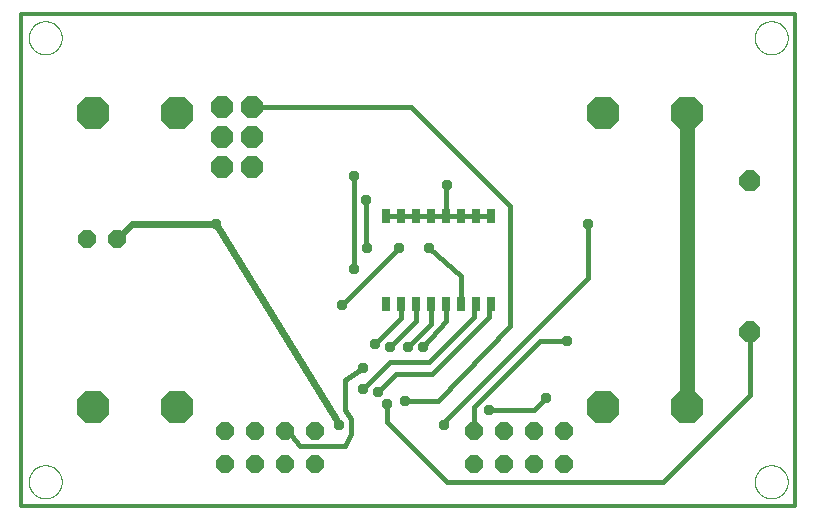
<source format=gbl>
G75*
%MOIN*%
%OFA0B0*%
%FSLAX25Y25*%
%IPPOS*%
%LPD*%
%AMOC8*
5,1,8,0,0,1.08239X$1,22.5*
%
%ADD10C,0.00000*%
%ADD11C,0.01200*%
%ADD12OC8,0.06000*%
%ADD13OC8,0.10950*%
%ADD14OC8,0.07400*%
%ADD15OC8,0.07000*%
%ADD16R,0.03000X0.05000*%
%ADD17C,0.01600*%
%ADD18OC8,0.03562*%
%ADD19C,0.05000*%
%ADD20C,0.02400*%
D10*
X0004288Y0009800D02*
X0004290Y0009948D01*
X0004296Y0010096D01*
X0004306Y0010244D01*
X0004320Y0010391D01*
X0004338Y0010538D01*
X0004359Y0010684D01*
X0004385Y0010830D01*
X0004415Y0010975D01*
X0004448Y0011119D01*
X0004486Y0011262D01*
X0004527Y0011404D01*
X0004572Y0011545D01*
X0004620Y0011685D01*
X0004673Y0011824D01*
X0004729Y0011961D01*
X0004789Y0012096D01*
X0004852Y0012230D01*
X0004919Y0012362D01*
X0004990Y0012492D01*
X0005064Y0012620D01*
X0005141Y0012746D01*
X0005222Y0012870D01*
X0005306Y0012992D01*
X0005393Y0013111D01*
X0005484Y0013228D01*
X0005578Y0013343D01*
X0005674Y0013455D01*
X0005774Y0013565D01*
X0005876Y0013671D01*
X0005982Y0013775D01*
X0006090Y0013876D01*
X0006201Y0013974D01*
X0006314Y0014070D01*
X0006430Y0014162D01*
X0006548Y0014251D01*
X0006669Y0014336D01*
X0006792Y0014419D01*
X0006917Y0014498D01*
X0007044Y0014574D01*
X0007173Y0014646D01*
X0007304Y0014715D01*
X0007437Y0014780D01*
X0007572Y0014841D01*
X0007708Y0014899D01*
X0007845Y0014954D01*
X0007984Y0015004D01*
X0008125Y0015051D01*
X0008266Y0015094D01*
X0008409Y0015134D01*
X0008553Y0015169D01*
X0008697Y0015201D01*
X0008843Y0015228D01*
X0008989Y0015252D01*
X0009136Y0015272D01*
X0009283Y0015288D01*
X0009430Y0015300D01*
X0009578Y0015308D01*
X0009726Y0015312D01*
X0009874Y0015312D01*
X0010022Y0015308D01*
X0010170Y0015300D01*
X0010317Y0015288D01*
X0010464Y0015272D01*
X0010611Y0015252D01*
X0010757Y0015228D01*
X0010903Y0015201D01*
X0011047Y0015169D01*
X0011191Y0015134D01*
X0011334Y0015094D01*
X0011475Y0015051D01*
X0011616Y0015004D01*
X0011755Y0014954D01*
X0011892Y0014899D01*
X0012028Y0014841D01*
X0012163Y0014780D01*
X0012296Y0014715D01*
X0012427Y0014646D01*
X0012556Y0014574D01*
X0012683Y0014498D01*
X0012808Y0014419D01*
X0012931Y0014336D01*
X0013052Y0014251D01*
X0013170Y0014162D01*
X0013286Y0014070D01*
X0013399Y0013974D01*
X0013510Y0013876D01*
X0013618Y0013775D01*
X0013724Y0013671D01*
X0013826Y0013565D01*
X0013926Y0013455D01*
X0014022Y0013343D01*
X0014116Y0013228D01*
X0014207Y0013111D01*
X0014294Y0012992D01*
X0014378Y0012870D01*
X0014459Y0012746D01*
X0014536Y0012620D01*
X0014610Y0012492D01*
X0014681Y0012362D01*
X0014748Y0012230D01*
X0014811Y0012096D01*
X0014871Y0011961D01*
X0014927Y0011824D01*
X0014980Y0011685D01*
X0015028Y0011545D01*
X0015073Y0011404D01*
X0015114Y0011262D01*
X0015152Y0011119D01*
X0015185Y0010975D01*
X0015215Y0010830D01*
X0015241Y0010684D01*
X0015262Y0010538D01*
X0015280Y0010391D01*
X0015294Y0010244D01*
X0015304Y0010096D01*
X0015310Y0009948D01*
X0015312Y0009800D01*
X0015310Y0009652D01*
X0015304Y0009504D01*
X0015294Y0009356D01*
X0015280Y0009209D01*
X0015262Y0009062D01*
X0015241Y0008916D01*
X0015215Y0008770D01*
X0015185Y0008625D01*
X0015152Y0008481D01*
X0015114Y0008338D01*
X0015073Y0008196D01*
X0015028Y0008055D01*
X0014980Y0007915D01*
X0014927Y0007776D01*
X0014871Y0007639D01*
X0014811Y0007504D01*
X0014748Y0007370D01*
X0014681Y0007238D01*
X0014610Y0007108D01*
X0014536Y0006980D01*
X0014459Y0006854D01*
X0014378Y0006730D01*
X0014294Y0006608D01*
X0014207Y0006489D01*
X0014116Y0006372D01*
X0014022Y0006257D01*
X0013926Y0006145D01*
X0013826Y0006035D01*
X0013724Y0005929D01*
X0013618Y0005825D01*
X0013510Y0005724D01*
X0013399Y0005626D01*
X0013286Y0005530D01*
X0013170Y0005438D01*
X0013052Y0005349D01*
X0012931Y0005264D01*
X0012808Y0005181D01*
X0012683Y0005102D01*
X0012556Y0005026D01*
X0012427Y0004954D01*
X0012296Y0004885D01*
X0012163Y0004820D01*
X0012028Y0004759D01*
X0011892Y0004701D01*
X0011755Y0004646D01*
X0011616Y0004596D01*
X0011475Y0004549D01*
X0011334Y0004506D01*
X0011191Y0004466D01*
X0011047Y0004431D01*
X0010903Y0004399D01*
X0010757Y0004372D01*
X0010611Y0004348D01*
X0010464Y0004328D01*
X0010317Y0004312D01*
X0010170Y0004300D01*
X0010022Y0004292D01*
X0009874Y0004288D01*
X0009726Y0004288D01*
X0009578Y0004292D01*
X0009430Y0004300D01*
X0009283Y0004312D01*
X0009136Y0004328D01*
X0008989Y0004348D01*
X0008843Y0004372D01*
X0008697Y0004399D01*
X0008553Y0004431D01*
X0008409Y0004466D01*
X0008266Y0004506D01*
X0008125Y0004549D01*
X0007984Y0004596D01*
X0007845Y0004646D01*
X0007708Y0004701D01*
X0007572Y0004759D01*
X0007437Y0004820D01*
X0007304Y0004885D01*
X0007173Y0004954D01*
X0007044Y0005026D01*
X0006917Y0005102D01*
X0006792Y0005181D01*
X0006669Y0005264D01*
X0006548Y0005349D01*
X0006430Y0005438D01*
X0006314Y0005530D01*
X0006201Y0005626D01*
X0006090Y0005724D01*
X0005982Y0005825D01*
X0005876Y0005929D01*
X0005774Y0006035D01*
X0005674Y0006145D01*
X0005578Y0006257D01*
X0005484Y0006372D01*
X0005393Y0006489D01*
X0005306Y0006608D01*
X0005222Y0006730D01*
X0005141Y0006854D01*
X0005064Y0006980D01*
X0004990Y0007108D01*
X0004919Y0007238D01*
X0004852Y0007370D01*
X0004789Y0007504D01*
X0004729Y0007639D01*
X0004673Y0007776D01*
X0004620Y0007915D01*
X0004572Y0008055D01*
X0004527Y0008196D01*
X0004486Y0008338D01*
X0004448Y0008481D01*
X0004415Y0008625D01*
X0004385Y0008770D01*
X0004359Y0008916D01*
X0004338Y0009062D01*
X0004320Y0009209D01*
X0004306Y0009356D01*
X0004296Y0009504D01*
X0004290Y0009652D01*
X0004288Y0009800D01*
X0004288Y0157800D02*
X0004290Y0157948D01*
X0004296Y0158096D01*
X0004306Y0158244D01*
X0004320Y0158391D01*
X0004338Y0158538D01*
X0004359Y0158684D01*
X0004385Y0158830D01*
X0004415Y0158975D01*
X0004448Y0159119D01*
X0004486Y0159262D01*
X0004527Y0159404D01*
X0004572Y0159545D01*
X0004620Y0159685D01*
X0004673Y0159824D01*
X0004729Y0159961D01*
X0004789Y0160096D01*
X0004852Y0160230D01*
X0004919Y0160362D01*
X0004990Y0160492D01*
X0005064Y0160620D01*
X0005141Y0160746D01*
X0005222Y0160870D01*
X0005306Y0160992D01*
X0005393Y0161111D01*
X0005484Y0161228D01*
X0005578Y0161343D01*
X0005674Y0161455D01*
X0005774Y0161565D01*
X0005876Y0161671D01*
X0005982Y0161775D01*
X0006090Y0161876D01*
X0006201Y0161974D01*
X0006314Y0162070D01*
X0006430Y0162162D01*
X0006548Y0162251D01*
X0006669Y0162336D01*
X0006792Y0162419D01*
X0006917Y0162498D01*
X0007044Y0162574D01*
X0007173Y0162646D01*
X0007304Y0162715D01*
X0007437Y0162780D01*
X0007572Y0162841D01*
X0007708Y0162899D01*
X0007845Y0162954D01*
X0007984Y0163004D01*
X0008125Y0163051D01*
X0008266Y0163094D01*
X0008409Y0163134D01*
X0008553Y0163169D01*
X0008697Y0163201D01*
X0008843Y0163228D01*
X0008989Y0163252D01*
X0009136Y0163272D01*
X0009283Y0163288D01*
X0009430Y0163300D01*
X0009578Y0163308D01*
X0009726Y0163312D01*
X0009874Y0163312D01*
X0010022Y0163308D01*
X0010170Y0163300D01*
X0010317Y0163288D01*
X0010464Y0163272D01*
X0010611Y0163252D01*
X0010757Y0163228D01*
X0010903Y0163201D01*
X0011047Y0163169D01*
X0011191Y0163134D01*
X0011334Y0163094D01*
X0011475Y0163051D01*
X0011616Y0163004D01*
X0011755Y0162954D01*
X0011892Y0162899D01*
X0012028Y0162841D01*
X0012163Y0162780D01*
X0012296Y0162715D01*
X0012427Y0162646D01*
X0012556Y0162574D01*
X0012683Y0162498D01*
X0012808Y0162419D01*
X0012931Y0162336D01*
X0013052Y0162251D01*
X0013170Y0162162D01*
X0013286Y0162070D01*
X0013399Y0161974D01*
X0013510Y0161876D01*
X0013618Y0161775D01*
X0013724Y0161671D01*
X0013826Y0161565D01*
X0013926Y0161455D01*
X0014022Y0161343D01*
X0014116Y0161228D01*
X0014207Y0161111D01*
X0014294Y0160992D01*
X0014378Y0160870D01*
X0014459Y0160746D01*
X0014536Y0160620D01*
X0014610Y0160492D01*
X0014681Y0160362D01*
X0014748Y0160230D01*
X0014811Y0160096D01*
X0014871Y0159961D01*
X0014927Y0159824D01*
X0014980Y0159685D01*
X0015028Y0159545D01*
X0015073Y0159404D01*
X0015114Y0159262D01*
X0015152Y0159119D01*
X0015185Y0158975D01*
X0015215Y0158830D01*
X0015241Y0158684D01*
X0015262Y0158538D01*
X0015280Y0158391D01*
X0015294Y0158244D01*
X0015304Y0158096D01*
X0015310Y0157948D01*
X0015312Y0157800D01*
X0015310Y0157652D01*
X0015304Y0157504D01*
X0015294Y0157356D01*
X0015280Y0157209D01*
X0015262Y0157062D01*
X0015241Y0156916D01*
X0015215Y0156770D01*
X0015185Y0156625D01*
X0015152Y0156481D01*
X0015114Y0156338D01*
X0015073Y0156196D01*
X0015028Y0156055D01*
X0014980Y0155915D01*
X0014927Y0155776D01*
X0014871Y0155639D01*
X0014811Y0155504D01*
X0014748Y0155370D01*
X0014681Y0155238D01*
X0014610Y0155108D01*
X0014536Y0154980D01*
X0014459Y0154854D01*
X0014378Y0154730D01*
X0014294Y0154608D01*
X0014207Y0154489D01*
X0014116Y0154372D01*
X0014022Y0154257D01*
X0013926Y0154145D01*
X0013826Y0154035D01*
X0013724Y0153929D01*
X0013618Y0153825D01*
X0013510Y0153724D01*
X0013399Y0153626D01*
X0013286Y0153530D01*
X0013170Y0153438D01*
X0013052Y0153349D01*
X0012931Y0153264D01*
X0012808Y0153181D01*
X0012683Y0153102D01*
X0012556Y0153026D01*
X0012427Y0152954D01*
X0012296Y0152885D01*
X0012163Y0152820D01*
X0012028Y0152759D01*
X0011892Y0152701D01*
X0011755Y0152646D01*
X0011616Y0152596D01*
X0011475Y0152549D01*
X0011334Y0152506D01*
X0011191Y0152466D01*
X0011047Y0152431D01*
X0010903Y0152399D01*
X0010757Y0152372D01*
X0010611Y0152348D01*
X0010464Y0152328D01*
X0010317Y0152312D01*
X0010170Y0152300D01*
X0010022Y0152292D01*
X0009874Y0152288D01*
X0009726Y0152288D01*
X0009578Y0152292D01*
X0009430Y0152300D01*
X0009283Y0152312D01*
X0009136Y0152328D01*
X0008989Y0152348D01*
X0008843Y0152372D01*
X0008697Y0152399D01*
X0008553Y0152431D01*
X0008409Y0152466D01*
X0008266Y0152506D01*
X0008125Y0152549D01*
X0007984Y0152596D01*
X0007845Y0152646D01*
X0007708Y0152701D01*
X0007572Y0152759D01*
X0007437Y0152820D01*
X0007304Y0152885D01*
X0007173Y0152954D01*
X0007044Y0153026D01*
X0006917Y0153102D01*
X0006792Y0153181D01*
X0006669Y0153264D01*
X0006548Y0153349D01*
X0006430Y0153438D01*
X0006314Y0153530D01*
X0006201Y0153626D01*
X0006090Y0153724D01*
X0005982Y0153825D01*
X0005876Y0153929D01*
X0005774Y0154035D01*
X0005674Y0154145D01*
X0005578Y0154257D01*
X0005484Y0154372D01*
X0005393Y0154489D01*
X0005306Y0154608D01*
X0005222Y0154730D01*
X0005141Y0154854D01*
X0005064Y0154980D01*
X0004990Y0155108D01*
X0004919Y0155238D01*
X0004852Y0155370D01*
X0004789Y0155504D01*
X0004729Y0155639D01*
X0004673Y0155776D01*
X0004620Y0155915D01*
X0004572Y0156055D01*
X0004527Y0156196D01*
X0004486Y0156338D01*
X0004448Y0156481D01*
X0004415Y0156625D01*
X0004385Y0156770D01*
X0004359Y0156916D01*
X0004338Y0157062D01*
X0004320Y0157209D01*
X0004306Y0157356D01*
X0004296Y0157504D01*
X0004290Y0157652D01*
X0004288Y0157800D01*
X0246288Y0157800D02*
X0246290Y0157948D01*
X0246296Y0158096D01*
X0246306Y0158244D01*
X0246320Y0158391D01*
X0246338Y0158538D01*
X0246359Y0158684D01*
X0246385Y0158830D01*
X0246415Y0158975D01*
X0246448Y0159119D01*
X0246486Y0159262D01*
X0246527Y0159404D01*
X0246572Y0159545D01*
X0246620Y0159685D01*
X0246673Y0159824D01*
X0246729Y0159961D01*
X0246789Y0160096D01*
X0246852Y0160230D01*
X0246919Y0160362D01*
X0246990Y0160492D01*
X0247064Y0160620D01*
X0247141Y0160746D01*
X0247222Y0160870D01*
X0247306Y0160992D01*
X0247393Y0161111D01*
X0247484Y0161228D01*
X0247578Y0161343D01*
X0247674Y0161455D01*
X0247774Y0161565D01*
X0247876Y0161671D01*
X0247982Y0161775D01*
X0248090Y0161876D01*
X0248201Y0161974D01*
X0248314Y0162070D01*
X0248430Y0162162D01*
X0248548Y0162251D01*
X0248669Y0162336D01*
X0248792Y0162419D01*
X0248917Y0162498D01*
X0249044Y0162574D01*
X0249173Y0162646D01*
X0249304Y0162715D01*
X0249437Y0162780D01*
X0249572Y0162841D01*
X0249708Y0162899D01*
X0249845Y0162954D01*
X0249984Y0163004D01*
X0250125Y0163051D01*
X0250266Y0163094D01*
X0250409Y0163134D01*
X0250553Y0163169D01*
X0250697Y0163201D01*
X0250843Y0163228D01*
X0250989Y0163252D01*
X0251136Y0163272D01*
X0251283Y0163288D01*
X0251430Y0163300D01*
X0251578Y0163308D01*
X0251726Y0163312D01*
X0251874Y0163312D01*
X0252022Y0163308D01*
X0252170Y0163300D01*
X0252317Y0163288D01*
X0252464Y0163272D01*
X0252611Y0163252D01*
X0252757Y0163228D01*
X0252903Y0163201D01*
X0253047Y0163169D01*
X0253191Y0163134D01*
X0253334Y0163094D01*
X0253475Y0163051D01*
X0253616Y0163004D01*
X0253755Y0162954D01*
X0253892Y0162899D01*
X0254028Y0162841D01*
X0254163Y0162780D01*
X0254296Y0162715D01*
X0254427Y0162646D01*
X0254556Y0162574D01*
X0254683Y0162498D01*
X0254808Y0162419D01*
X0254931Y0162336D01*
X0255052Y0162251D01*
X0255170Y0162162D01*
X0255286Y0162070D01*
X0255399Y0161974D01*
X0255510Y0161876D01*
X0255618Y0161775D01*
X0255724Y0161671D01*
X0255826Y0161565D01*
X0255926Y0161455D01*
X0256022Y0161343D01*
X0256116Y0161228D01*
X0256207Y0161111D01*
X0256294Y0160992D01*
X0256378Y0160870D01*
X0256459Y0160746D01*
X0256536Y0160620D01*
X0256610Y0160492D01*
X0256681Y0160362D01*
X0256748Y0160230D01*
X0256811Y0160096D01*
X0256871Y0159961D01*
X0256927Y0159824D01*
X0256980Y0159685D01*
X0257028Y0159545D01*
X0257073Y0159404D01*
X0257114Y0159262D01*
X0257152Y0159119D01*
X0257185Y0158975D01*
X0257215Y0158830D01*
X0257241Y0158684D01*
X0257262Y0158538D01*
X0257280Y0158391D01*
X0257294Y0158244D01*
X0257304Y0158096D01*
X0257310Y0157948D01*
X0257312Y0157800D01*
X0257310Y0157652D01*
X0257304Y0157504D01*
X0257294Y0157356D01*
X0257280Y0157209D01*
X0257262Y0157062D01*
X0257241Y0156916D01*
X0257215Y0156770D01*
X0257185Y0156625D01*
X0257152Y0156481D01*
X0257114Y0156338D01*
X0257073Y0156196D01*
X0257028Y0156055D01*
X0256980Y0155915D01*
X0256927Y0155776D01*
X0256871Y0155639D01*
X0256811Y0155504D01*
X0256748Y0155370D01*
X0256681Y0155238D01*
X0256610Y0155108D01*
X0256536Y0154980D01*
X0256459Y0154854D01*
X0256378Y0154730D01*
X0256294Y0154608D01*
X0256207Y0154489D01*
X0256116Y0154372D01*
X0256022Y0154257D01*
X0255926Y0154145D01*
X0255826Y0154035D01*
X0255724Y0153929D01*
X0255618Y0153825D01*
X0255510Y0153724D01*
X0255399Y0153626D01*
X0255286Y0153530D01*
X0255170Y0153438D01*
X0255052Y0153349D01*
X0254931Y0153264D01*
X0254808Y0153181D01*
X0254683Y0153102D01*
X0254556Y0153026D01*
X0254427Y0152954D01*
X0254296Y0152885D01*
X0254163Y0152820D01*
X0254028Y0152759D01*
X0253892Y0152701D01*
X0253755Y0152646D01*
X0253616Y0152596D01*
X0253475Y0152549D01*
X0253334Y0152506D01*
X0253191Y0152466D01*
X0253047Y0152431D01*
X0252903Y0152399D01*
X0252757Y0152372D01*
X0252611Y0152348D01*
X0252464Y0152328D01*
X0252317Y0152312D01*
X0252170Y0152300D01*
X0252022Y0152292D01*
X0251874Y0152288D01*
X0251726Y0152288D01*
X0251578Y0152292D01*
X0251430Y0152300D01*
X0251283Y0152312D01*
X0251136Y0152328D01*
X0250989Y0152348D01*
X0250843Y0152372D01*
X0250697Y0152399D01*
X0250553Y0152431D01*
X0250409Y0152466D01*
X0250266Y0152506D01*
X0250125Y0152549D01*
X0249984Y0152596D01*
X0249845Y0152646D01*
X0249708Y0152701D01*
X0249572Y0152759D01*
X0249437Y0152820D01*
X0249304Y0152885D01*
X0249173Y0152954D01*
X0249044Y0153026D01*
X0248917Y0153102D01*
X0248792Y0153181D01*
X0248669Y0153264D01*
X0248548Y0153349D01*
X0248430Y0153438D01*
X0248314Y0153530D01*
X0248201Y0153626D01*
X0248090Y0153724D01*
X0247982Y0153825D01*
X0247876Y0153929D01*
X0247774Y0154035D01*
X0247674Y0154145D01*
X0247578Y0154257D01*
X0247484Y0154372D01*
X0247393Y0154489D01*
X0247306Y0154608D01*
X0247222Y0154730D01*
X0247141Y0154854D01*
X0247064Y0154980D01*
X0246990Y0155108D01*
X0246919Y0155238D01*
X0246852Y0155370D01*
X0246789Y0155504D01*
X0246729Y0155639D01*
X0246673Y0155776D01*
X0246620Y0155915D01*
X0246572Y0156055D01*
X0246527Y0156196D01*
X0246486Y0156338D01*
X0246448Y0156481D01*
X0246415Y0156625D01*
X0246385Y0156770D01*
X0246359Y0156916D01*
X0246338Y0157062D01*
X0246320Y0157209D01*
X0246306Y0157356D01*
X0246296Y0157504D01*
X0246290Y0157652D01*
X0246288Y0157800D01*
X0246288Y0009800D02*
X0246290Y0009948D01*
X0246296Y0010096D01*
X0246306Y0010244D01*
X0246320Y0010391D01*
X0246338Y0010538D01*
X0246359Y0010684D01*
X0246385Y0010830D01*
X0246415Y0010975D01*
X0246448Y0011119D01*
X0246486Y0011262D01*
X0246527Y0011404D01*
X0246572Y0011545D01*
X0246620Y0011685D01*
X0246673Y0011824D01*
X0246729Y0011961D01*
X0246789Y0012096D01*
X0246852Y0012230D01*
X0246919Y0012362D01*
X0246990Y0012492D01*
X0247064Y0012620D01*
X0247141Y0012746D01*
X0247222Y0012870D01*
X0247306Y0012992D01*
X0247393Y0013111D01*
X0247484Y0013228D01*
X0247578Y0013343D01*
X0247674Y0013455D01*
X0247774Y0013565D01*
X0247876Y0013671D01*
X0247982Y0013775D01*
X0248090Y0013876D01*
X0248201Y0013974D01*
X0248314Y0014070D01*
X0248430Y0014162D01*
X0248548Y0014251D01*
X0248669Y0014336D01*
X0248792Y0014419D01*
X0248917Y0014498D01*
X0249044Y0014574D01*
X0249173Y0014646D01*
X0249304Y0014715D01*
X0249437Y0014780D01*
X0249572Y0014841D01*
X0249708Y0014899D01*
X0249845Y0014954D01*
X0249984Y0015004D01*
X0250125Y0015051D01*
X0250266Y0015094D01*
X0250409Y0015134D01*
X0250553Y0015169D01*
X0250697Y0015201D01*
X0250843Y0015228D01*
X0250989Y0015252D01*
X0251136Y0015272D01*
X0251283Y0015288D01*
X0251430Y0015300D01*
X0251578Y0015308D01*
X0251726Y0015312D01*
X0251874Y0015312D01*
X0252022Y0015308D01*
X0252170Y0015300D01*
X0252317Y0015288D01*
X0252464Y0015272D01*
X0252611Y0015252D01*
X0252757Y0015228D01*
X0252903Y0015201D01*
X0253047Y0015169D01*
X0253191Y0015134D01*
X0253334Y0015094D01*
X0253475Y0015051D01*
X0253616Y0015004D01*
X0253755Y0014954D01*
X0253892Y0014899D01*
X0254028Y0014841D01*
X0254163Y0014780D01*
X0254296Y0014715D01*
X0254427Y0014646D01*
X0254556Y0014574D01*
X0254683Y0014498D01*
X0254808Y0014419D01*
X0254931Y0014336D01*
X0255052Y0014251D01*
X0255170Y0014162D01*
X0255286Y0014070D01*
X0255399Y0013974D01*
X0255510Y0013876D01*
X0255618Y0013775D01*
X0255724Y0013671D01*
X0255826Y0013565D01*
X0255926Y0013455D01*
X0256022Y0013343D01*
X0256116Y0013228D01*
X0256207Y0013111D01*
X0256294Y0012992D01*
X0256378Y0012870D01*
X0256459Y0012746D01*
X0256536Y0012620D01*
X0256610Y0012492D01*
X0256681Y0012362D01*
X0256748Y0012230D01*
X0256811Y0012096D01*
X0256871Y0011961D01*
X0256927Y0011824D01*
X0256980Y0011685D01*
X0257028Y0011545D01*
X0257073Y0011404D01*
X0257114Y0011262D01*
X0257152Y0011119D01*
X0257185Y0010975D01*
X0257215Y0010830D01*
X0257241Y0010684D01*
X0257262Y0010538D01*
X0257280Y0010391D01*
X0257294Y0010244D01*
X0257304Y0010096D01*
X0257310Y0009948D01*
X0257312Y0009800D01*
X0257310Y0009652D01*
X0257304Y0009504D01*
X0257294Y0009356D01*
X0257280Y0009209D01*
X0257262Y0009062D01*
X0257241Y0008916D01*
X0257215Y0008770D01*
X0257185Y0008625D01*
X0257152Y0008481D01*
X0257114Y0008338D01*
X0257073Y0008196D01*
X0257028Y0008055D01*
X0256980Y0007915D01*
X0256927Y0007776D01*
X0256871Y0007639D01*
X0256811Y0007504D01*
X0256748Y0007370D01*
X0256681Y0007238D01*
X0256610Y0007108D01*
X0256536Y0006980D01*
X0256459Y0006854D01*
X0256378Y0006730D01*
X0256294Y0006608D01*
X0256207Y0006489D01*
X0256116Y0006372D01*
X0256022Y0006257D01*
X0255926Y0006145D01*
X0255826Y0006035D01*
X0255724Y0005929D01*
X0255618Y0005825D01*
X0255510Y0005724D01*
X0255399Y0005626D01*
X0255286Y0005530D01*
X0255170Y0005438D01*
X0255052Y0005349D01*
X0254931Y0005264D01*
X0254808Y0005181D01*
X0254683Y0005102D01*
X0254556Y0005026D01*
X0254427Y0004954D01*
X0254296Y0004885D01*
X0254163Y0004820D01*
X0254028Y0004759D01*
X0253892Y0004701D01*
X0253755Y0004646D01*
X0253616Y0004596D01*
X0253475Y0004549D01*
X0253334Y0004506D01*
X0253191Y0004466D01*
X0253047Y0004431D01*
X0252903Y0004399D01*
X0252757Y0004372D01*
X0252611Y0004348D01*
X0252464Y0004328D01*
X0252317Y0004312D01*
X0252170Y0004300D01*
X0252022Y0004292D01*
X0251874Y0004288D01*
X0251726Y0004288D01*
X0251578Y0004292D01*
X0251430Y0004300D01*
X0251283Y0004312D01*
X0251136Y0004328D01*
X0250989Y0004348D01*
X0250843Y0004372D01*
X0250697Y0004399D01*
X0250553Y0004431D01*
X0250409Y0004466D01*
X0250266Y0004506D01*
X0250125Y0004549D01*
X0249984Y0004596D01*
X0249845Y0004646D01*
X0249708Y0004701D01*
X0249572Y0004759D01*
X0249437Y0004820D01*
X0249304Y0004885D01*
X0249173Y0004954D01*
X0249044Y0005026D01*
X0248917Y0005102D01*
X0248792Y0005181D01*
X0248669Y0005264D01*
X0248548Y0005349D01*
X0248430Y0005438D01*
X0248314Y0005530D01*
X0248201Y0005626D01*
X0248090Y0005724D01*
X0247982Y0005825D01*
X0247876Y0005929D01*
X0247774Y0006035D01*
X0247674Y0006145D01*
X0247578Y0006257D01*
X0247484Y0006372D01*
X0247393Y0006489D01*
X0247306Y0006608D01*
X0247222Y0006730D01*
X0247141Y0006854D01*
X0247064Y0006980D01*
X0246990Y0007108D01*
X0246919Y0007238D01*
X0246852Y0007370D01*
X0246789Y0007504D01*
X0246729Y0007639D01*
X0246673Y0007776D01*
X0246620Y0007915D01*
X0246572Y0008055D01*
X0246527Y0008196D01*
X0246486Y0008338D01*
X0246448Y0008481D01*
X0246415Y0008625D01*
X0246385Y0008770D01*
X0246359Y0008916D01*
X0246338Y0009062D01*
X0246320Y0009209D01*
X0246306Y0009356D01*
X0246296Y0009504D01*
X0246290Y0009652D01*
X0246288Y0009800D01*
D11*
X0001800Y0001800D02*
X0001800Y0165501D01*
X0001800Y0165800D02*
X0259800Y0165800D01*
X0259800Y0001800D01*
X0259721Y0001800D02*
X0001800Y0001800D01*
D12*
X0069800Y0015800D03*
X0079800Y0015800D03*
X0089800Y0015800D03*
X0099800Y0015800D03*
X0099800Y0026800D03*
X0089800Y0026800D03*
X0079800Y0026800D03*
X0069800Y0026800D03*
X0152800Y0026800D03*
X0162800Y0026800D03*
X0172800Y0026800D03*
X0182800Y0026800D03*
X0182800Y0015800D03*
X0172800Y0015800D03*
X0162800Y0015800D03*
X0152800Y0015800D03*
X0033800Y0090800D03*
X0023800Y0090800D03*
D13*
X0025800Y0132800D03*
X0053800Y0132800D03*
X0195800Y0132800D03*
X0223800Y0132800D03*
X0223800Y0034800D03*
X0195800Y0034800D03*
X0053800Y0034800D03*
X0025800Y0034800D03*
D14*
X0068800Y0114800D03*
X0078800Y0114800D03*
X0078800Y0124800D03*
X0068800Y0124800D03*
X0068800Y0134800D03*
X0078800Y0134800D03*
D15*
X0244800Y0109997D03*
X0244800Y0059603D03*
D16*
X0158300Y0069233D03*
X0153300Y0069233D03*
X0148300Y0069233D03*
X0143300Y0069233D03*
X0138300Y0069233D03*
X0133300Y0069233D03*
X0128300Y0069233D03*
X0123300Y0069233D03*
X0123300Y0098367D03*
X0128300Y0098367D03*
X0133300Y0098367D03*
X0138300Y0098367D03*
X0143300Y0098367D03*
X0148300Y0098367D03*
X0153300Y0098367D03*
X0158300Y0098367D03*
D17*
X0153300Y0098367D01*
X0148300Y0098367D01*
X0143300Y0098367D01*
X0143300Y0108300D01*
X0143800Y0108800D01*
X0143300Y0098367D02*
X0138300Y0098367D01*
X0133300Y0098367D01*
X0128300Y0098367D01*
X0123300Y0098367D01*
X0116800Y0103800D02*
X0116800Y0087800D01*
X0116926Y0087674D01*
X0112776Y0080824D02*
X0112776Y0111776D01*
X0112800Y0111800D01*
X0127800Y0087800D02*
X0108800Y0068800D01*
X0119800Y0055800D02*
X0128300Y0064300D01*
X0128300Y0069233D01*
X0133300Y0069233D02*
X0133300Y0063300D01*
X0124800Y0054800D01*
X0124800Y0049800D02*
X0137800Y0049800D01*
X0152800Y0064800D01*
X0152800Y0068733D01*
X0153300Y0069233D01*
X0157800Y0068733D02*
X0158300Y0069233D01*
X0157800Y0068733D02*
X0157800Y0064800D01*
X0138800Y0045800D01*
X0126800Y0045800D01*
X0120800Y0039800D01*
X0123800Y0035800D02*
X0123800Y0029800D01*
X0143800Y0009800D01*
X0215800Y0009800D01*
X0244800Y0038800D01*
X0244800Y0059603D01*
X0190800Y0077800D02*
X0190800Y0095800D01*
X0164800Y0101800D02*
X0131800Y0134800D01*
X0078800Y0134800D01*
X0137800Y0087800D02*
X0148300Y0078300D01*
X0148300Y0069233D01*
X0143300Y0069233D02*
X0143300Y0063300D01*
X0135800Y0054800D01*
X0130800Y0054800D02*
X0138300Y0062300D01*
X0138300Y0069233D01*
X0164800Y0061800D02*
X0164800Y0101800D01*
X0190800Y0077800D02*
X0142800Y0029800D01*
X0142800Y0028800D01*
X0140800Y0036800D02*
X0164800Y0061800D01*
X0174800Y0056800D02*
X0183800Y0056800D01*
X0174800Y0056800D02*
X0152800Y0034800D01*
X0152800Y0026800D01*
X0157800Y0033800D02*
X0172800Y0033800D01*
X0176800Y0037800D01*
X0140800Y0036800D02*
X0129800Y0036800D01*
X0124800Y0049800D02*
X0115800Y0040800D01*
X0109800Y0043800D02*
X0115800Y0047800D01*
X0109800Y0043800D02*
X0109800Y0033800D01*
X0111800Y0030800D01*
X0111800Y0025800D01*
X0109800Y0021800D01*
X0094800Y0021800D01*
X0090800Y0026800D01*
X0089800Y0026800D01*
D18*
X0107800Y0028800D03*
X0120800Y0039800D03*
X0123800Y0035800D03*
X0129800Y0036800D03*
X0115800Y0040800D03*
X0115800Y0047800D03*
X0124800Y0054800D03*
X0119800Y0055800D03*
X0130800Y0054800D03*
X0135800Y0054800D03*
X0108800Y0068800D03*
X0112776Y0080824D03*
X0116926Y0087674D03*
X0127800Y0087800D03*
X0137800Y0087800D03*
X0116800Y0103800D03*
X0112800Y0111800D03*
X0143800Y0108800D03*
X0190800Y0095800D03*
X0183800Y0056800D03*
X0176800Y0037800D03*
X0157800Y0033800D03*
X0142800Y0028800D03*
X0066800Y0095800D03*
D19*
X0223800Y0132800D02*
X0223800Y0034800D01*
D20*
X0107800Y0028800D02*
X0106700Y0030900D01*
X0066800Y0095800D01*
X0038800Y0095800D01*
X0033800Y0090800D01*
M02*

</source>
